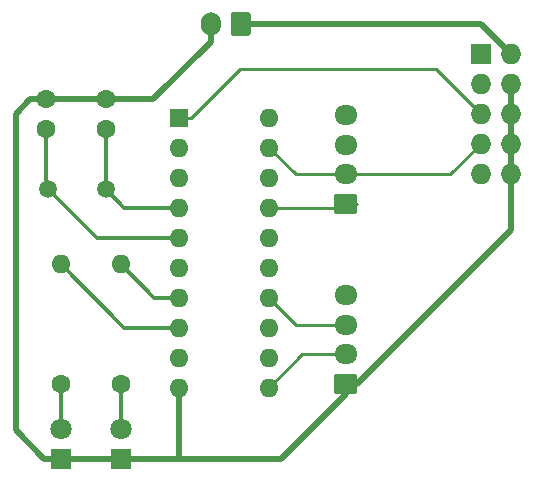
<source format=gbr>
G04 #@! TF.GenerationSoftware,KiCad,Pcbnew,(5.1.5)-3*
G04 #@! TF.CreationDate,2020-02-09T11:05:27+11:00*
G04 #@! TF.ProjectId,US_Board1,55535f42-6f61-4726-9431-2e6b69636164,rev?*
G04 #@! TF.SameCoordinates,Original*
G04 #@! TF.FileFunction,Copper,L1,Top*
G04 #@! TF.FilePolarity,Positive*
%FSLAX46Y46*%
G04 Gerber Fmt 4.6, Leading zero omitted, Abs format (unit mm)*
G04 Created by KiCad (PCBNEW (5.1.5)-3) date 2020-02-09 11:05:27*
%MOMM*%
%LPD*%
G04 APERTURE LIST*
%ADD10O,1.600000X1.600000*%
%ADD11C,1.600000*%
%ADD12C,1.500000*%
%ADD13C,0.100000*%
%ADD14O,1.950000X1.700000*%
%ADD15R,1.727200X1.727200*%
%ADD16O,1.727200X1.727200*%
%ADD17R,1.800000X1.800000*%
%ADD18C,1.800000*%
%ADD19O,1.700000X2.000000*%
%ADD20R,1.600000X1.600000*%
%ADD21C,0.300000*%
%ADD22C,0.250000*%
%ADD23C,0.500000*%
G04 APERTURE END LIST*
D10*
X128270000Y-101600000D03*
D11*
X128270000Y-111760000D03*
X133350000Y-111760000D03*
D10*
X133350000Y-101600000D03*
D12*
X127200000Y-95250000D03*
X132080000Y-95250000D03*
D11*
X127000000Y-90170000D03*
X127000000Y-87670000D03*
X132080000Y-87670000D03*
X132080000Y-90170000D03*
G04 #@! TA.AperFunction,ComponentPad*
D13*
G36*
X153149504Y-95671204D02*
G01*
X153173773Y-95674804D01*
X153197571Y-95680765D01*
X153220671Y-95689030D01*
X153242849Y-95699520D01*
X153263893Y-95712133D01*
X153283598Y-95726747D01*
X153301777Y-95743223D01*
X153318253Y-95761402D01*
X153332867Y-95781107D01*
X153345480Y-95802151D01*
X153355970Y-95824329D01*
X153364235Y-95847429D01*
X153370196Y-95871227D01*
X153373796Y-95895496D01*
X153375000Y-95920000D01*
X153375000Y-97120000D01*
X153373796Y-97144504D01*
X153370196Y-97168773D01*
X153364235Y-97192571D01*
X153355970Y-97215671D01*
X153345480Y-97237849D01*
X153332867Y-97258893D01*
X153318253Y-97278598D01*
X153301777Y-97296777D01*
X153283598Y-97313253D01*
X153263893Y-97327867D01*
X153242849Y-97340480D01*
X153220671Y-97350970D01*
X153197571Y-97359235D01*
X153173773Y-97365196D01*
X153149504Y-97368796D01*
X153125000Y-97370000D01*
X151675000Y-97370000D01*
X151650496Y-97368796D01*
X151626227Y-97365196D01*
X151602429Y-97359235D01*
X151579329Y-97350970D01*
X151557151Y-97340480D01*
X151536107Y-97327867D01*
X151516402Y-97313253D01*
X151498223Y-97296777D01*
X151481747Y-97278598D01*
X151467133Y-97258893D01*
X151454520Y-97237849D01*
X151444030Y-97215671D01*
X151435765Y-97192571D01*
X151429804Y-97168773D01*
X151426204Y-97144504D01*
X151425000Y-97120000D01*
X151425000Y-95920000D01*
X151426204Y-95895496D01*
X151429804Y-95871227D01*
X151435765Y-95847429D01*
X151444030Y-95824329D01*
X151454520Y-95802151D01*
X151467133Y-95781107D01*
X151481747Y-95761402D01*
X151498223Y-95743223D01*
X151516402Y-95726747D01*
X151536107Y-95712133D01*
X151557151Y-95699520D01*
X151579329Y-95689030D01*
X151602429Y-95680765D01*
X151626227Y-95674804D01*
X151650496Y-95671204D01*
X151675000Y-95670000D01*
X153125000Y-95670000D01*
X153149504Y-95671204D01*
G37*
G04 #@! TD.AperFunction*
D14*
X152400000Y-94020000D03*
X152400000Y-91520000D03*
X152400000Y-89020000D03*
D15*
X163830000Y-83820000D03*
D16*
X166370000Y-83820000D03*
X163830000Y-86360000D03*
X166370000Y-86360000D03*
X163830000Y-88900000D03*
X166370000Y-88900000D03*
X163830000Y-91440000D03*
X166370000Y-91440000D03*
X163830000Y-93980000D03*
X166370000Y-93980000D03*
D17*
X133350000Y-118110000D03*
D18*
X133350000Y-115570000D03*
G04 #@! TA.AperFunction,ComponentPad*
D13*
G36*
X144134504Y-80281204D02*
G01*
X144158773Y-80284804D01*
X144182571Y-80290765D01*
X144205671Y-80299030D01*
X144227849Y-80309520D01*
X144248893Y-80322133D01*
X144268598Y-80336747D01*
X144286777Y-80353223D01*
X144303253Y-80371402D01*
X144317867Y-80391107D01*
X144330480Y-80412151D01*
X144340970Y-80434329D01*
X144349235Y-80457429D01*
X144355196Y-80481227D01*
X144358796Y-80505496D01*
X144360000Y-80530000D01*
X144360000Y-82030000D01*
X144358796Y-82054504D01*
X144355196Y-82078773D01*
X144349235Y-82102571D01*
X144340970Y-82125671D01*
X144330480Y-82147849D01*
X144317867Y-82168893D01*
X144303253Y-82188598D01*
X144286777Y-82206777D01*
X144268598Y-82223253D01*
X144248893Y-82237867D01*
X144227849Y-82250480D01*
X144205671Y-82260970D01*
X144182571Y-82269235D01*
X144158773Y-82275196D01*
X144134504Y-82278796D01*
X144110000Y-82280000D01*
X142910000Y-82280000D01*
X142885496Y-82278796D01*
X142861227Y-82275196D01*
X142837429Y-82269235D01*
X142814329Y-82260970D01*
X142792151Y-82250480D01*
X142771107Y-82237867D01*
X142751402Y-82223253D01*
X142733223Y-82206777D01*
X142716747Y-82188598D01*
X142702133Y-82168893D01*
X142689520Y-82147849D01*
X142679030Y-82125671D01*
X142670765Y-82102571D01*
X142664804Y-82078773D01*
X142661204Y-82054504D01*
X142660000Y-82030000D01*
X142660000Y-80530000D01*
X142661204Y-80505496D01*
X142664804Y-80481227D01*
X142670765Y-80457429D01*
X142679030Y-80434329D01*
X142689520Y-80412151D01*
X142702133Y-80391107D01*
X142716747Y-80371402D01*
X142733223Y-80353223D01*
X142751402Y-80336747D01*
X142771107Y-80322133D01*
X142792151Y-80309520D01*
X142814329Y-80299030D01*
X142837429Y-80290765D01*
X142861227Y-80284804D01*
X142885496Y-80281204D01*
X142910000Y-80280000D01*
X144110000Y-80280000D01*
X144134504Y-80281204D01*
G37*
G04 #@! TD.AperFunction*
D19*
X141010000Y-81280000D03*
D18*
X128270000Y-115570000D03*
D17*
X128270000Y-118110000D03*
D20*
X138285001Y-89205001D03*
D10*
X145905001Y-112065001D03*
X138285001Y-91745001D03*
X145905001Y-109525001D03*
X138285001Y-94285001D03*
X145905001Y-106985001D03*
X138285001Y-96825001D03*
X145905001Y-104445001D03*
X138285001Y-99365001D03*
X145905001Y-101905001D03*
X138285001Y-101905001D03*
X145905001Y-99365001D03*
X138285001Y-104445001D03*
X145905001Y-96825001D03*
X138285001Y-106985001D03*
X145905001Y-94285001D03*
X138285001Y-109525001D03*
X145905001Y-91745001D03*
X138285001Y-112065001D03*
X145905001Y-89205001D03*
D14*
X152400000Y-104260000D03*
X152400000Y-106760000D03*
X152400000Y-109260000D03*
G04 #@! TA.AperFunction,ComponentPad*
D13*
G36*
X153149504Y-110911204D02*
G01*
X153173773Y-110914804D01*
X153197571Y-110920765D01*
X153220671Y-110929030D01*
X153242849Y-110939520D01*
X153263893Y-110952133D01*
X153283598Y-110966747D01*
X153301777Y-110983223D01*
X153318253Y-111001402D01*
X153332867Y-111021107D01*
X153345480Y-111042151D01*
X153355970Y-111064329D01*
X153364235Y-111087429D01*
X153370196Y-111111227D01*
X153373796Y-111135496D01*
X153375000Y-111160000D01*
X153375000Y-112360000D01*
X153373796Y-112384504D01*
X153370196Y-112408773D01*
X153364235Y-112432571D01*
X153355970Y-112455671D01*
X153345480Y-112477849D01*
X153332867Y-112498893D01*
X153318253Y-112518598D01*
X153301777Y-112536777D01*
X153283598Y-112553253D01*
X153263893Y-112567867D01*
X153242849Y-112580480D01*
X153220671Y-112590970D01*
X153197571Y-112599235D01*
X153173773Y-112605196D01*
X153149504Y-112608796D01*
X153125000Y-112610000D01*
X151675000Y-112610000D01*
X151650496Y-112608796D01*
X151626227Y-112605196D01*
X151602429Y-112599235D01*
X151579329Y-112590970D01*
X151557151Y-112580480D01*
X151536107Y-112567867D01*
X151516402Y-112553253D01*
X151498223Y-112536777D01*
X151481747Y-112518598D01*
X151467133Y-112498893D01*
X151454520Y-112477849D01*
X151444030Y-112455671D01*
X151435765Y-112432571D01*
X151429804Y-112408773D01*
X151426204Y-112384504D01*
X151425000Y-112360000D01*
X151425000Y-111160000D01*
X151426204Y-111135496D01*
X151429804Y-111111227D01*
X151435765Y-111087429D01*
X151444030Y-111064329D01*
X151454520Y-111042151D01*
X151467133Y-111021107D01*
X151481747Y-111001402D01*
X151498223Y-110983223D01*
X151516402Y-110966747D01*
X151536107Y-110952133D01*
X151557151Y-110939520D01*
X151579329Y-110929030D01*
X151602429Y-110920765D01*
X151626227Y-110914804D01*
X151650496Y-110911204D01*
X151675000Y-110910000D01*
X153125000Y-110910000D01*
X153149504Y-110911204D01*
G37*
G04 #@! TD.AperFunction*
D21*
X133350000Y-111760000D02*
X133350000Y-115570000D01*
X136195001Y-104445001D02*
X133350000Y-101600000D01*
X138285001Y-104445001D02*
X136195001Y-104445001D01*
X133655001Y-106985001D02*
X128270000Y-101600000D01*
X138285001Y-106985001D02*
X133655001Y-106985001D01*
X128270000Y-111760000D02*
X128270000Y-115570000D01*
X127000000Y-95050000D02*
X127200000Y-95250000D01*
X127000000Y-90170000D02*
X127000000Y-95050000D01*
X131315001Y-99365001D02*
X127200000Y-95250000D01*
X138285001Y-99365001D02*
X131315001Y-99365001D01*
X132080000Y-90170000D02*
X132080000Y-95250000D01*
X133655001Y-96825001D02*
X132080000Y-95250000D01*
X138285001Y-96825001D02*
X133655001Y-96825001D01*
D22*
X152094999Y-96825001D02*
X152400000Y-96520000D01*
X145905001Y-96825001D02*
X152094999Y-96825001D01*
X153375000Y-96520000D02*
X152400000Y-96520000D01*
X148180000Y-94020000D02*
X152400000Y-94020000D01*
X145905001Y-91745001D02*
X148180000Y-94020000D01*
X161250000Y-94020000D02*
X163830000Y-91440000D01*
X152400000Y-94020000D02*
X161250000Y-94020000D01*
D21*
X141010000Y-81280000D02*
X140970000Y-81280000D01*
D23*
X141010000Y-82780000D02*
X141010000Y-81280000D01*
X136120000Y-87670000D02*
X141010000Y-82780000D01*
X132080000Y-87670000D02*
X136120000Y-87670000D01*
X132080000Y-87670000D02*
X127000000Y-87670000D01*
X127000000Y-87670000D02*
X125690000Y-87670000D01*
X125690000Y-87670000D02*
X124460000Y-88900000D01*
X126870000Y-118110000D02*
X128270000Y-118110000D01*
X124460000Y-115700000D02*
X126870000Y-118110000D01*
X124460000Y-88900000D02*
X124460000Y-115700000D01*
X128270000Y-118110000D02*
X133350000Y-118110000D01*
X152400000Y-112610000D02*
X152400000Y-111760000D01*
X146900000Y-118110000D02*
X152400000Y-112610000D01*
X138285001Y-112065001D02*
X138285001Y-117965001D01*
X138285001Y-117965001D02*
X138430000Y-118110000D01*
X133350000Y-118110000D02*
X138430000Y-118110000D01*
X138430000Y-118110000D02*
X146900000Y-118110000D01*
X166370000Y-95201314D02*
X166370000Y-93980000D01*
X166370000Y-98765000D02*
X166370000Y-95201314D01*
X153375000Y-111760000D02*
X166370000Y-98765000D01*
X152400000Y-111760000D02*
X153375000Y-111760000D01*
X166370000Y-93980000D02*
X166370000Y-91440000D01*
X166370000Y-91440000D02*
X166370000Y-88900000D01*
X166370000Y-88900000D02*
X166370000Y-86360000D01*
X163830000Y-81280000D02*
X166370000Y-83820000D01*
X143510000Y-81280000D02*
X163830000Y-81280000D01*
D22*
X139335001Y-89205001D02*
X143450002Y-85090000D01*
X138285001Y-89205001D02*
X139335001Y-89205001D01*
X160020000Y-85090000D02*
X163830000Y-88900000D01*
X143450002Y-85090000D02*
X157480000Y-85090000D01*
X160020000Y-85090000D02*
X157480000Y-85090000D01*
X148710002Y-109260000D02*
X152400000Y-109260000D01*
X145905001Y-112065001D02*
X148710002Y-109260000D01*
X148220000Y-106760000D02*
X152400000Y-106760000D01*
X145905001Y-104445001D02*
X148220000Y-106760000D01*
M02*

</source>
